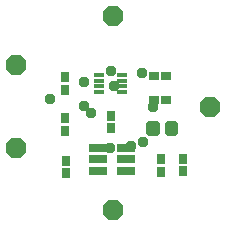
<source format=gbr>
G04 EAGLE Gerber RS-274X export*
G75*
%MOMM*%
%FSLAX34Y34*%
%LPD*%
%INSoldermask Bottom*%
%IPPOS*%
%AMOC8*
5,1,8,0,0,1.08239X$1,22.5*%
G01*
%ADD10R,0.753200X0.908800*%
%ADD11R,0.908800X0.753200*%
%ADD12C,0.474375*%
%ADD13R,0.762000X0.914400*%
%ADD14R,0.965200X0.406400*%
%ADD15R,1.524000X0.762000*%
%ADD16P,1.869504X8X22.500000*%
%ADD17C,0.959600*%


D10*
X59700Y59378D03*
X59700Y48822D03*
D11*
X144778Y110900D03*
X134222Y110900D03*
D10*
X158700Y61178D03*
X158700Y50622D03*
X98300Y97578D03*
X98300Y87022D03*
D11*
X144778Y131300D03*
X134222Y131300D03*
D12*
X146106Y90094D02*
X152394Y90094D01*
X152394Y83106D01*
X146106Y83106D01*
X146106Y90094D01*
X146106Y87613D02*
X152394Y87613D01*
X136694Y90094D02*
X130406Y90094D01*
X136694Y90094D02*
X136694Y83106D01*
X130406Y83106D01*
X130406Y90094D01*
X130406Y87613D02*
X136694Y87613D01*
D13*
X59500Y119639D03*
X59500Y130561D03*
X58700Y95561D03*
X58700Y84639D03*
X140300Y60961D03*
X140300Y50039D03*
D14*
X107125Y132200D03*
X107125Y127200D03*
X107125Y122200D03*
X107125Y117200D03*
X88075Y117200D03*
X88075Y122200D03*
X88075Y127200D03*
X88075Y132200D03*
D15*
X111038Y69900D03*
X111038Y60400D03*
X111038Y50900D03*
X87162Y50900D03*
X87162Y60400D03*
X87162Y69900D03*
D16*
X182000Y105000D03*
X100000Y182000D03*
X18000Y140000D03*
X18000Y70000D03*
X100000Y18000D03*
D17*
X81188Y99404D03*
X100455Y122200D03*
X115038Y71900D03*
X98009Y135000D03*
X124209Y133791D03*
X134000Y105000D03*
X132000Y86322D03*
X46000Y112000D03*
X75000Y106068D03*
X75000Y125707D03*
X125000Y75000D03*
X97108Y70000D03*
M02*

</source>
